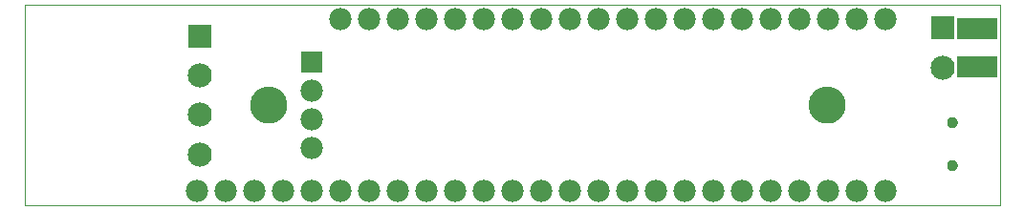
<source format=gbs>
G75*
%MOIN*%
%OFA0B0*%
%FSLAX25Y25*%
%IPPOS*%
%LPD*%
%AMOC8*
5,1,8,0,0,1.08239X$1,22.5*
%
%ADD10C,0.00000*%
%ADD11C,0.12900*%
%ADD12R,0.14400X0.07400*%
%ADD13C,0.07800*%
%ADD14R,0.08400X0.08400*%
%ADD15C,0.08400*%
%ADD16R,0.07800X0.07800*%
%ADD17C,0.03746*%
D10*
X0016926Y0012600D02*
X0016926Y0082600D01*
X0356926Y0082600D01*
X0356926Y0012600D01*
X0016926Y0012600D01*
X0095676Y0047600D02*
X0095678Y0047758D01*
X0095684Y0047915D01*
X0095694Y0048073D01*
X0095708Y0048230D01*
X0095726Y0048386D01*
X0095747Y0048543D01*
X0095773Y0048698D01*
X0095803Y0048853D01*
X0095836Y0049007D01*
X0095874Y0049160D01*
X0095915Y0049313D01*
X0095960Y0049464D01*
X0096009Y0049614D01*
X0096062Y0049762D01*
X0096118Y0049910D01*
X0096179Y0050055D01*
X0096242Y0050200D01*
X0096310Y0050342D01*
X0096381Y0050483D01*
X0096455Y0050622D01*
X0096533Y0050759D01*
X0096615Y0050894D01*
X0096699Y0051027D01*
X0096788Y0051158D01*
X0096879Y0051286D01*
X0096974Y0051413D01*
X0097071Y0051536D01*
X0097172Y0051658D01*
X0097276Y0051776D01*
X0097383Y0051892D01*
X0097493Y0052005D01*
X0097605Y0052116D01*
X0097721Y0052223D01*
X0097839Y0052328D01*
X0097959Y0052430D01*
X0098082Y0052528D01*
X0098208Y0052624D01*
X0098336Y0052716D01*
X0098466Y0052805D01*
X0098598Y0052891D01*
X0098733Y0052973D01*
X0098870Y0053052D01*
X0099008Y0053127D01*
X0099148Y0053199D01*
X0099291Y0053267D01*
X0099434Y0053332D01*
X0099580Y0053393D01*
X0099727Y0053450D01*
X0099875Y0053504D01*
X0100025Y0053554D01*
X0100175Y0053600D01*
X0100327Y0053642D01*
X0100480Y0053681D01*
X0100634Y0053715D01*
X0100789Y0053746D01*
X0100944Y0053772D01*
X0101100Y0053795D01*
X0101257Y0053814D01*
X0101414Y0053829D01*
X0101571Y0053840D01*
X0101729Y0053847D01*
X0101887Y0053850D01*
X0102044Y0053849D01*
X0102202Y0053844D01*
X0102359Y0053835D01*
X0102517Y0053822D01*
X0102673Y0053805D01*
X0102830Y0053784D01*
X0102985Y0053760D01*
X0103140Y0053731D01*
X0103295Y0053698D01*
X0103448Y0053662D01*
X0103601Y0053621D01*
X0103752Y0053577D01*
X0103902Y0053529D01*
X0104051Y0053478D01*
X0104199Y0053422D01*
X0104345Y0053363D01*
X0104490Y0053300D01*
X0104633Y0053233D01*
X0104774Y0053163D01*
X0104913Y0053090D01*
X0105051Y0053013D01*
X0105187Y0052932D01*
X0105320Y0052848D01*
X0105451Y0052761D01*
X0105580Y0052670D01*
X0105707Y0052576D01*
X0105832Y0052479D01*
X0105953Y0052379D01*
X0106073Y0052276D01*
X0106189Y0052170D01*
X0106303Y0052061D01*
X0106415Y0051949D01*
X0106523Y0051835D01*
X0106628Y0051717D01*
X0106731Y0051597D01*
X0106830Y0051475D01*
X0106926Y0051350D01*
X0107019Y0051222D01*
X0107109Y0051093D01*
X0107195Y0050961D01*
X0107279Y0050827D01*
X0107358Y0050691D01*
X0107435Y0050553D01*
X0107507Y0050413D01*
X0107576Y0050271D01*
X0107642Y0050128D01*
X0107704Y0049983D01*
X0107762Y0049836D01*
X0107817Y0049688D01*
X0107868Y0049539D01*
X0107915Y0049388D01*
X0107958Y0049237D01*
X0107997Y0049084D01*
X0108033Y0048930D01*
X0108064Y0048776D01*
X0108092Y0048621D01*
X0108116Y0048465D01*
X0108136Y0048308D01*
X0108152Y0048151D01*
X0108164Y0047994D01*
X0108172Y0047837D01*
X0108176Y0047679D01*
X0108176Y0047521D01*
X0108172Y0047363D01*
X0108164Y0047206D01*
X0108152Y0047049D01*
X0108136Y0046892D01*
X0108116Y0046735D01*
X0108092Y0046579D01*
X0108064Y0046424D01*
X0108033Y0046270D01*
X0107997Y0046116D01*
X0107958Y0045963D01*
X0107915Y0045812D01*
X0107868Y0045661D01*
X0107817Y0045512D01*
X0107762Y0045364D01*
X0107704Y0045217D01*
X0107642Y0045072D01*
X0107576Y0044929D01*
X0107507Y0044787D01*
X0107435Y0044647D01*
X0107358Y0044509D01*
X0107279Y0044373D01*
X0107195Y0044239D01*
X0107109Y0044107D01*
X0107019Y0043978D01*
X0106926Y0043850D01*
X0106830Y0043725D01*
X0106731Y0043603D01*
X0106628Y0043483D01*
X0106523Y0043365D01*
X0106415Y0043251D01*
X0106303Y0043139D01*
X0106189Y0043030D01*
X0106073Y0042924D01*
X0105953Y0042821D01*
X0105832Y0042721D01*
X0105707Y0042624D01*
X0105580Y0042530D01*
X0105451Y0042439D01*
X0105320Y0042352D01*
X0105187Y0042268D01*
X0105051Y0042187D01*
X0104913Y0042110D01*
X0104774Y0042037D01*
X0104633Y0041967D01*
X0104490Y0041900D01*
X0104345Y0041837D01*
X0104199Y0041778D01*
X0104051Y0041722D01*
X0103902Y0041671D01*
X0103752Y0041623D01*
X0103601Y0041579D01*
X0103448Y0041538D01*
X0103295Y0041502D01*
X0103140Y0041469D01*
X0102985Y0041440D01*
X0102830Y0041416D01*
X0102673Y0041395D01*
X0102517Y0041378D01*
X0102359Y0041365D01*
X0102202Y0041356D01*
X0102044Y0041351D01*
X0101887Y0041350D01*
X0101729Y0041353D01*
X0101571Y0041360D01*
X0101414Y0041371D01*
X0101257Y0041386D01*
X0101100Y0041405D01*
X0100944Y0041428D01*
X0100789Y0041454D01*
X0100634Y0041485D01*
X0100480Y0041519D01*
X0100327Y0041558D01*
X0100175Y0041600D01*
X0100025Y0041646D01*
X0099875Y0041696D01*
X0099727Y0041750D01*
X0099580Y0041807D01*
X0099434Y0041868D01*
X0099291Y0041933D01*
X0099148Y0042001D01*
X0099008Y0042073D01*
X0098870Y0042148D01*
X0098733Y0042227D01*
X0098598Y0042309D01*
X0098466Y0042395D01*
X0098336Y0042484D01*
X0098208Y0042576D01*
X0098082Y0042672D01*
X0097959Y0042770D01*
X0097839Y0042872D01*
X0097721Y0042977D01*
X0097605Y0043084D01*
X0097493Y0043195D01*
X0097383Y0043308D01*
X0097276Y0043424D01*
X0097172Y0043542D01*
X0097071Y0043664D01*
X0096974Y0043787D01*
X0096879Y0043914D01*
X0096788Y0044042D01*
X0096699Y0044173D01*
X0096615Y0044306D01*
X0096533Y0044441D01*
X0096455Y0044578D01*
X0096381Y0044717D01*
X0096310Y0044858D01*
X0096242Y0045000D01*
X0096179Y0045145D01*
X0096118Y0045290D01*
X0096062Y0045438D01*
X0096009Y0045586D01*
X0095960Y0045736D01*
X0095915Y0045887D01*
X0095874Y0046040D01*
X0095836Y0046193D01*
X0095803Y0046347D01*
X0095773Y0046502D01*
X0095747Y0046657D01*
X0095726Y0046814D01*
X0095708Y0046970D01*
X0095694Y0047127D01*
X0095684Y0047285D01*
X0095678Y0047442D01*
X0095676Y0047600D01*
X0290376Y0047600D02*
X0290378Y0047758D01*
X0290384Y0047915D01*
X0290394Y0048073D01*
X0290408Y0048230D01*
X0290426Y0048386D01*
X0290447Y0048543D01*
X0290473Y0048698D01*
X0290503Y0048853D01*
X0290536Y0049007D01*
X0290574Y0049160D01*
X0290615Y0049313D01*
X0290660Y0049464D01*
X0290709Y0049614D01*
X0290762Y0049762D01*
X0290818Y0049910D01*
X0290879Y0050055D01*
X0290942Y0050200D01*
X0291010Y0050342D01*
X0291081Y0050483D01*
X0291155Y0050622D01*
X0291233Y0050759D01*
X0291315Y0050894D01*
X0291399Y0051027D01*
X0291488Y0051158D01*
X0291579Y0051286D01*
X0291674Y0051413D01*
X0291771Y0051536D01*
X0291872Y0051658D01*
X0291976Y0051776D01*
X0292083Y0051892D01*
X0292193Y0052005D01*
X0292305Y0052116D01*
X0292421Y0052223D01*
X0292539Y0052328D01*
X0292659Y0052430D01*
X0292782Y0052528D01*
X0292908Y0052624D01*
X0293036Y0052716D01*
X0293166Y0052805D01*
X0293298Y0052891D01*
X0293433Y0052973D01*
X0293570Y0053052D01*
X0293708Y0053127D01*
X0293848Y0053199D01*
X0293991Y0053267D01*
X0294134Y0053332D01*
X0294280Y0053393D01*
X0294427Y0053450D01*
X0294575Y0053504D01*
X0294725Y0053554D01*
X0294875Y0053600D01*
X0295027Y0053642D01*
X0295180Y0053681D01*
X0295334Y0053715D01*
X0295489Y0053746D01*
X0295644Y0053772D01*
X0295800Y0053795D01*
X0295957Y0053814D01*
X0296114Y0053829D01*
X0296271Y0053840D01*
X0296429Y0053847D01*
X0296587Y0053850D01*
X0296744Y0053849D01*
X0296902Y0053844D01*
X0297059Y0053835D01*
X0297217Y0053822D01*
X0297373Y0053805D01*
X0297530Y0053784D01*
X0297685Y0053760D01*
X0297840Y0053731D01*
X0297995Y0053698D01*
X0298148Y0053662D01*
X0298301Y0053621D01*
X0298452Y0053577D01*
X0298602Y0053529D01*
X0298751Y0053478D01*
X0298899Y0053422D01*
X0299045Y0053363D01*
X0299190Y0053300D01*
X0299333Y0053233D01*
X0299474Y0053163D01*
X0299613Y0053090D01*
X0299751Y0053013D01*
X0299887Y0052932D01*
X0300020Y0052848D01*
X0300151Y0052761D01*
X0300280Y0052670D01*
X0300407Y0052576D01*
X0300532Y0052479D01*
X0300653Y0052379D01*
X0300773Y0052276D01*
X0300889Y0052170D01*
X0301003Y0052061D01*
X0301115Y0051949D01*
X0301223Y0051835D01*
X0301328Y0051717D01*
X0301431Y0051597D01*
X0301530Y0051475D01*
X0301626Y0051350D01*
X0301719Y0051222D01*
X0301809Y0051093D01*
X0301895Y0050961D01*
X0301979Y0050827D01*
X0302058Y0050691D01*
X0302135Y0050553D01*
X0302207Y0050413D01*
X0302276Y0050271D01*
X0302342Y0050128D01*
X0302404Y0049983D01*
X0302462Y0049836D01*
X0302517Y0049688D01*
X0302568Y0049539D01*
X0302615Y0049388D01*
X0302658Y0049237D01*
X0302697Y0049084D01*
X0302733Y0048930D01*
X0302764Y0048776D01*
X0302792Y0048621D01*
X0302816Y0048465D01*
X0302836Y0048308D01*
X0302852Y0048151D01*
X0302864Y0047994D01*
X0302872Y0047837D01*
X0302876Y0047679D01*
X0302876Y0047521D01*
X0302872Y0047363D01*
X0302864Y0047206D01*
X0302852Y0047049D01*
X0302836Y0046892D01*
X0302816Y0046735D01*
X0302792Y0046579D01*
X0302764Y0046424D01*
X0302733Y0046270D01*
X0302697Y0046116D01*
X0302658Y0045963D01*
X0302615Y0045812D01*
X0302568Y0045661D01*
X0302517Y0045512D01*
X0302462Y0045364D01*
X0302404Y0045217D01*
X0302342Y0045072D01*
X0302276Y0044929D01*
X0302207Y0044787D01*
X0302135Y0044647D01*
X0302058Y0044509D01*
X0301979Y0044373D01*
X0301895Y0044239D01*
X0301809Y0044107D01*
X0301719Y0043978D01*
X0301626Y0043850D01*
X0301530Y0043725D01*
X0301431Y0043603D01*
X0301328Y0043483D01*
X0301223Y0043365D01*
X0301115Y0043251D01*
X0301003Y0043139D01*
X0300889Y0043030D01*
X0300773Y0042924D01*
X0300653Y0042821D01*
X0300532Y0042721D01*
X0300407Y0042624D01*
X0300280Y0042530D01*
X0300151Y0042439D01*
X0300020Y0042352D01*
X0299887Y0042268D01*
X0299751Y0042187D01*
X0299613Y0042110D01*
X0299474Y0042037D01*
X0299333Y0041967D01*
X0299190Y0041900D01*
X0299045Y0041837D01*
X0298899Y0041778D01*
X0298751Y0041722D01*
X0298602Y0041671D01*
X0298452Y0041623D01*
X0298301Y0041579D01*
X0298148Y0041538D01*
X0297995Y0041502D01*
X0297840Y0041469D01*
X0297685Y0041440D01*
X0297530Y0041416D01*
X0297373Y0041395D01*
X0297217Y0041378D01*
X0297059Y0041365D01*
X0296902Y0041356D01*
X0296744Y0041351D01*
X0296587Y0041350D01*
X0296429Y0041353D01*
X0296271Y0041360D01*
X0296114Y0041371D01*
X0295957Y0041386D01*
X0295800Y0041405D01*
X0295644Y0041428D01*
X0295489Y0041454D01*
X0295334Y0041485D01*
X0295180Y0041519D01*
X0295027Y0041558D01*
X0294875Y0041600D01*
X0294725Y0041646D01*
X0294575Y0041696D01*
X0294427Y0041750D01*
X0294280Y0041807D01*
X0294134Y0041868D01*
X0293991Y0041933D01*
X0293848Y0042001D01*
X0293708Y0042073D01*
X0293570Y0042148D01*
X0293433Y0042227D01*
X0293298Y0042309D01*
X0293166Y0042395D01*
X0293036Y0042484D01*
X0292908Y0042576D01*
X0292782Y0042672D01*
X0292659Y0042770D01*
X0292539Y0042872D01*
X0292421Y0042977D01*
X0292305Y0043084D01*
X0292193Y0043195D01*
X0292083Y0043308D01*
X0291976Y0043424D01*
X0291872Y0043542D01*
X0291771Y0043664D01*
X0291674Y0043787D01*
X0291579Y0043914D01*
X0291488Y0044042D01*
X0291399Y0044173D01*
X0291315Y0044306D01*
X0291233Y0044441D01*
X0291155Y0044578D01*
X0291081Y0044717D01*
X0291010Y0044858D01*
X0290942Y0045000D01*
X0290879Y0045145D01*
X0290818Y0045290D01*
X0290762Y0045438D01*
X0290709Y0045586D01*
X0290660Y0045736D01*
X0290615Y0045887D01*
X0290574Y0046040D01*
X0290536Y0046193D01*
X0290503Y0046347D01*
X0290473Y0046502D01*
X0290447Y0046657D01*
X0290426Y0046814D01*
X0290408Y0046970D01*
X0290394Y0047127D01*
X0290384Y0047285D01*
X0290378Y0047442D01*
X0290376Y0047600D01*
X0338591Y0041480D02*
X0338593Y0041561D01*
X0338599Y0041643D01*
X0338609Y0041724D01*
X0338623Y0041804D01*
X0338640Y0041883D01*
X0338662Y0041962D01*
X0338687Y0042039D01*
X0338716Y0042116D01*
X0338749Y0042190D01*
X0338786Y0042263D01*
X0338825Y0042334D01*
X0338869Y0042403D01*
X0338915Y0042470D01*
X0338965Y0042534D01*
X0339018Y0042596D01*
X0339074Y0042656D01*
X0339132Y0042712D01*
X0339194Y0042766D01*
X0339258Y0042817D01*
X0339324Y0042864D01*
X0339392Y0042908D01*
X0339463Y0042949D01*
X0339535Y0042986D01*
X0339610Y0043020D01*
X0339685Y0043050D01*
X0339763Y0043076D01*
X0339841Y0043099D01*
X0339920Y0043117D01*
X0340000Y0043132D01*
X0340081Y0043143D01*
X0340162Y0043150D01*
X0340244Y0043153D01*
X0340325Y0043152D01*
X0340406Y0043147D01*
X0340487Y0043138D01*
X0340568Y0043125D01*
X0340648Y0043108D01*
X0340726Y0043088D01*
X0340804Y0043063D01*
X0340881Y0043035D01*
X0340956Y0043003D01*
X0341029Y0042968D01*
X0341100Y0042929D01*
X0341170Y0042886D01*
X0341237Y0042841D01*
X0341303Y0042792D01*
X0341365Y0042740D01*
X0341425Y0042684D01*
X0341482Y0042626D01*
X0341537Y0042566D01*
X0341588Y0042502D01*
X0341636Y0042437D01*
X0341681Y0042369D01*
X0341723Y0042299D01*
X0341761Y0042227D01*
X0341796Y0042153D01*
X0341827Y0042078D01*
X0341854Y0042001D01*
X0341877Y0041923D01*
X0341897Y0041844D01*
X0341913Y0041764D01*
X0341925Y0041683D01*
X0341933Y0041602D01*
X0341937Y0041521D01*
X0341937Y0041439D01*
X0341933Y0041358D01*
X0341925Y0041277D01*
X0341913Y0041196D01*
X0341897Y0041116D01*
X0341877Y0041037D01*
X0341854Y0040959D01*
X0341827Y0040882D01*
X0341796Y0040807D01*
X0341761Y0040733D01*
X0341723Y0040661D01*
X0341681Y0040591D01*
X0341636Y0040523D01*
X0341588Y0040458D01*
X0341537Y0040394D01*
X0341482Y0040334D01*
X0341425Y0040276D01*
X0341365Y0040220D01*
X0341303Y0040168D01*
X0341237Y0040119D01*
X0341170Y0040074D01*
X0341101Y0040031D01*
X0341029Y0039992D01*
X0340956Y0039957D01*
X0340881Y0039925D01*
X0340804Y0039897D01*
X0340726Y0039872D01*
X0340648Y0039852D01*
X0340568Y0039835D01*
X0340487Y0039822D01*
X0340406Y0039813D01*
X0340325Y0039808D01*
X0340244Y0039807D01*
X0340162Y0039810D01*
X0340081Y0039817D01*
X0340000Y0039828D01*
X0339920Y0039843D01*
X0339841Y0039861D01*
X0339763Y0039884D01*
X0339685Y0039910D01*
X0339610Y0039940D01*
X0339535Y0039974D01*
X0339463Y0040011D01*
X0339392Y0040052D01*
X0339324Y0040096D01*
X0339258Y0040143D01*
X0339194Y0040194D01*
X0339132Y0040248D01*
X0339074Y0040304D01*
X0339018Y0040364D01*
X0338965Y0040426D01*
X0338915Y0040490D01*
X0338869Y0040557D01*
X0338825Y0040626D01*
X0338786Y0040697D01*
X0338749Y0040770D01*
X0338716Y0040844D01*
X0338687Y0040921D01*
X0338662Y0040998D01*
X0338640Y0041077D01*
X0338623Y0041156D01*
X0338609Y0041236D01*
X0338599Y0041317D01*
X0338593Y0041399D01*
X0338591Y0041480D01*
X0338591Y0026520D02*
X0338593Y0026601D01*
X0338599Y0026683D01*
X0338609Y0026764D01*
X0338623Y0026844D01*
X0338640Y0026923D01*
X0338662Y0027002D01*
X0338687Y0027079D01*
X0338716Y0027156D01*
X0338749Y0027230D01*
X0338786Y0027303D01*
X0338825Y0027374D01*
X0338869Y0027443D01*
X0338915Y0027510D01*
X0338965Y0027574D01*
X0339018Y0027636D01*
X0339074Y0027696D01*
X0339132Y0027752D01*
X0339194Y0027806D01*
X0339258Y0027857D01*
X0339324Y0027904D01*
X0339392Y0027948D01*
X0339463Y0027989D01*
X0339535Y0028026D01*
X0339610Y0028060D01*
X0339685Y0028090D01*
X0339763Y0028116D01*
X0339841Y0028139D01*
X0339920Y0028157D01*
X0340000Y0028172D01*
X0340081Y0028183D01*
X0340162Y0028190D01*
X0340244Y0028193D01*
X0340325Y0028192D01*
X0340406Y0028187D01*
X0340487Y0028178D01*
X0340568Y0028165D01*
X0340648Y0028148D01*
X0340726Y0028128D01*
X0340804Y0028103D01*
X0340881Y0028075D01*
X0340956Y0028043D01*
X0341029Y0028008D01*
X0341100Y0027969D01*
X0341170Y0027926D01*
X0341237Y0027881D01*
X0341303Y0027832D01*
X0341365Y0027780D01*
X0341425Y0027724D01*
X0341482Y0027666D01*
X0341537Y0027606D01*
X0341588Y0027542D01*
X0341636Y0027477D01*
X0341681Y0027409D01*
X0341723Y0027339D01*
X0341761Y0027267D01*
X0341796Y0027193D01*
X0341827Y0027118D01*
X0341854Y0027041D01*
X0341877Y0026963D01*
X0341897Y0026884D01*
X0341913Y0026804D01*
X0341925Y0026723D01*
X0341933Y0026642D01*
X0341937Y0026561D01*
X0341937Y0026479D01*
X0341933Y0026398D01*
X0341925Y0026317D01*
X0341913Y0026236D01*
X0341897Y0026156D01*
X0341877Y0026077D01*
X0341854Y0025999D01*
X0341827Y0025922D01*
X0341796Y0025847D01*
X0341761Y0025773D01*
X0341723Y0025701D01*
X0341681Y0025631D01*
X0341636Y0025563D01*
X0341588Y0025498D01*
X0341537Y0025434D01*
X0341482Y0025374D01*
X0341425Y0025316D01*
X0341365Y0025260D01*
X0341303Y0025208D01*
X0341237Y0025159D01*
X0341170Y0025114D01*
X0341101Y0025071D01*
X0341029Y0025032D01*
X0340956Y0024997D01*
X0340881Y0024965D01*
X0340804Y0024937D01*
X0340726Y0024912D01*
X0340648Y0024892D01*
X0340568Y0024875D01*
X0340487Y0024862D01*
X0340406Y0024853D01*
X0340325Y0024848D01*
X0340244Y0024847D01*
X0340162Y0024850D01*
X0340081Y0024857D01*
X0340000Y0024868D01*
X0339920Y0024883D01*
X0339841Y0024901D01*
X0339763Y0024924D01*
X0339685Y0024950D01*
X0339610Y0024980D01*
X0339535Y0025014D01*
X0339463Y0025051D01*
X0339392Y0025092D01*
X0339324Y0025136D01*
X0339258Y0025183D01*
X0339194Y0025234D01*
X0339132Y0025288D01*
X0339074Y0025344D01*
X0339018Y0025404D01*
X0338965Y0025466D01*
X0338915Y0025530D01*
X0338869Y0025597D01*
X0338825Y0025666D01*
X0338786Y0025737D01*
X0338749Y0025810D01*
X0338716Y0025884D01*
X0338687Y0025961D01*
X0338662Y0026038D01*
X0338640Y0026117D01*
X0338623Y0026196D01*
X0338609Y0026276D01*
X0338599Y0026357D01*
X0338593Y0026439D01*
X0338591Y0026520D01*
D11*
X0296626Y0047600D03*
X0101926Y0047600D03*
D12*
X0348926Y0060700D03*
X0349126Y0074300D03*
X0349126Y0074300D03*
D13*
X0316926Y0077600D03*
X0306926Y0077600D03*
X0296926Y0077600D03*
X0286926Y0077600D03*
X0276926Y0077600D03*
X0266926Y0077600D03*
X0256926Y0077600D03*
X0246926Y0077600D03*
X0236926Y0077600D03*
X0226926Y0077600D03*
X0216926Y0077600D03*
X0206926Y0077600D03*
X0196926Y0077600D03*
X0186926Y0077600D03*
X0176926Y0077600D03*
X0166926Y0077600D03*
X0156926Y0077600D03*
X0146926Y0077600D03*
X0136926Y0077600D03*
X0126926Y0077600D03*
X0116926Y0052600D03*
X0116926Y0042600D03*
X0116926Y0032600D03*
X0116926Y0017600D03*
X0126926Y0017600D03*
X0136926Y0017600D03*
X0146926Y0017600D03*
X0156926Y0017600D03*
X0166926Y0017600D03*
X0176926Y0017600D03*
X0186926Y0017600D03*
X0196926Y0017600D03*
X0206926Y0017600D03*
X0216926Y0017600D03*
X0226926Y0017600D03*
X0236926Y0017600D03*
X0246926Y0017600D03*
X0256926Y0017600D03*
X0266926Y0017600D03*
X0276926Y0017600D03*
X0286926Y0017600D03*
X0296926Y0017600D03*
X0306926Y0017600D03*
X0316926Y0017600D03*
X0106926Y0017600D03*
X0096926Y0017600D03*
X0086926Y0017600D03*
X0076926Y0017600D03*
D14*
X0077926Y0071600D03*
X0337126Y0074400D03*
D15*
X0337126Y0060620D03*
X0077926Y0057820D03*
X0077926Y0044041D03*
X0077926Y0030261D03*
D16*
X0116926Y0062600D03*
D17*
X0340264Y0041480D03*
X0340264Y0026520D03*
M02*

</source>
